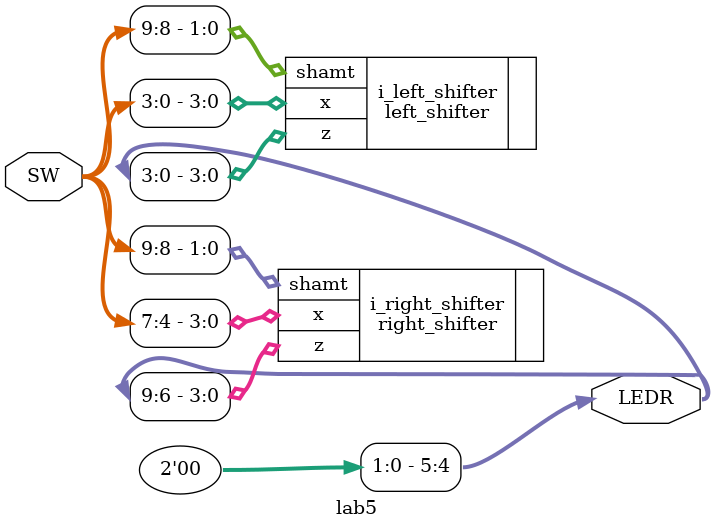
<source format=v>

module lab5
(
	 input  [9:0] SW,
    output [9:0] LEDR
);

    //left shifter
    left_shifter #(.WIDTH(4)) i_left_shifter
    (
        .x    (SW  [3:0]),
        .shamt(SW  [9:8]),
        .z    (LEDR[3:0])
    );

    //right shifter
    right_shifter #(.WIDTH(4)) i_right_shifter
    (
        .x    (SW  [7:4]),
        .shamt(SW  [9:8]),
        .z    (LEDR[9:6])
    );
    
    assign LEDR[5:4] = 0;
endmodule
</source>
